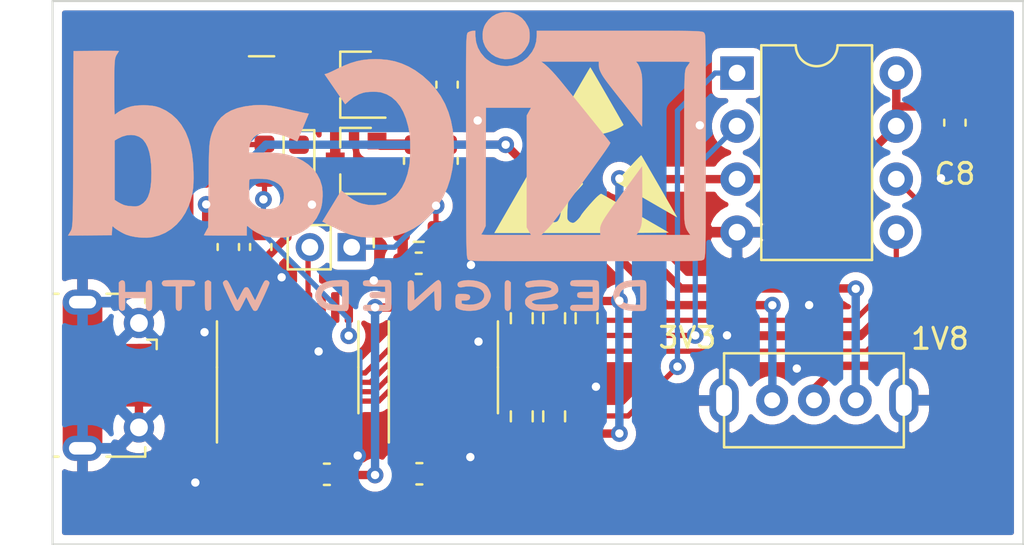
<source format=kicad_pcb>
(kicad_pcb (version 20171130) (host pcbnew 5.1.9+dfsg1-1)
  (layers (0 F.Cu mixed) (31 B.Cu mixed) (35 F.Paste user) (36 B.SilkS user) (37 F.SilkS user) (38 B.Mask user) (39 F.Mask user) (44 Edge.Cuts user))
  (net 0 "")
  (net 1 GND)
  (net 2 /D-)
  (net 3 /D+)
  (net 4 +5V)
  (net 5 +1V8)
  (net 6 +3V3)
  (net 7 /RST)
  (net 8 /FLASH_VCC)
  (net 9 "Net-(D1-Pad2)")
  (net 10 /P30)
  (net 11 /P31)
  (net 12 /P11)
  (net 13 /SPI_CS)
  (net 14 /SPI_CLK)
  (net 15 /SPI_MISO)
  (net 16 /SPI_MOSI)
  (net 17 /P14)
  (net 18 /P32)
  (net 19 "Net-(J3-Pad4)")
  (net 20 /P33)
  (net 21 /P34)
  (net 22 /P35)
  (net 23 /P13)
  (net 24 /P12)
  (net 25 "Net-(R4-Pad2)")
  (net 26 /FLASH_MOSI)
  (net 27 /FLASH_MISO)
  (net 28 /FLASH_CLK)
  (net 29 /FLASH_CS)
  (net 30 "Net-(U4-Pad9)")
  (net 31 "Net-(U4-Pad6)")
  (net 32 /VIN)
  (net 33 "Net-(J2-Pad1)")
  (module Symbol:KiCad-Logo2_12mm_SilkScreen (layer B.Cu) (at 138.51 58.95 180)
    (fp_text reference REF** hide)
    (fp_text value KiCad-Logo2_12mm_SilkScreen hide)
  )
  (module Symbol:ESD-Logo_8.9x8mm_SilkScreen (layer F.Cu) (at 148.02 59.62)
    (fp_text reference REF** hide)
    (fp_text value ESD-Logo_8.9x8mm_SilkScreen hide)
  )
  (module Capacitor_SMD:C_0603_1608Metric (layer F.Cu) (at 140.05 75.14)
    (fp_text reference C10 hide)
    (fp_text value 0.1uF)
    (pad 2 smd roundrect (at 0.775 0) (size 0.9 0.95) (layers F.Cu F.Paste F.Mask) (net 8 /FLASH_VCC))
    (pad 1 smd roundrect (at -0.775 0) (size 0.9 0.95) (layers F.Cu F.Paste F.Mask) (net 1 GND))
  )
  (module Connector_PinHeader_2.00mm:PinHeader_1x02_P2.00mm_Vertical (layer F.Cu) (at 136.81 64.29 270)
    (fp_text reference J2 hide)
    (fp_text value Conn_01x02_Male)
    (pad 2 thru_hole oval (at 0 2 270) (size 1.35 1.35) (drill 0.8) (layers *.Cu *.Mask) (net 3 /D+))
    (pad 1 thru_hole rect (at 0 0 270) (size 1.35 1.35) (drill 0.8) (layers *.Cu *.Mask) (net 33 "Net-(J2-Pad1)"))
  )
  (module Package_SO:TSSOP-20_4.4x6.5mm_P0.65mm (layer F.Cu) (at 133.75 70.04 90)
    (fp_text reference U3 hide)
    (fp_text value CH552T)
    (pad 20 smd roundrect (at 2.8625 -2.925 90) (size 1.475 0.4) (layers F.Cu F.Paste F.Mask) (net 6 +3V3))
    (pad 19 smd roundrect (at 2.8625 -2.275 90) (size 1.475 0.4) (layers F.Cu F.Paste F.Mask) (net 4 +5V))
    (pad 18 smd roundrect (at 2.8625 -1.625 90) (size 1.475 0.4) (layers F.Cu F.Paste F.Mask) (net 1 GND))
    (pad 17 smd roundrect (at 2.8625 -0.975 90) (size 1.475 0.4) (layers F.Cu F.Paste F.Mask) (net 24 /P12))
    (pad 16 smd roundrect (at 2.8625 -0.325 90) (size 1.475 0.4) (layers F.Cu F.Paste F.Mask) (net 23 /P13))
    (pad 15 smd roundrect (at 2.8625 0.325 90) (size 1.475 0.4) (layers F.Cu F.Paste F.Mask) (net 2 /D-))
    (pad 14 smd roundrect (at 2.8625 0.975 90) (size 1.475 0.4) (layers F.Cu F.Paste F.Mask) (net 3 /D+))
    (pad 13 smd roundrect (at 2.8625 1.625 90) (size 1.475 0.4) (layers F.Cu F.Paste F.Mask) (net 22 /P35))
    (pad 12 smd roundrect (at 2.8625 2.275 90) (size 1.475 0.4) (layers F.Cu F.Paste F.Mask) (net 21 /P34))
    (pad 11 smd roundrect (at 2.8625 2.925 90) (size 1.475 0.4) (layers F.Cu F.Paste F.Mask) (net 20 /P33))
    (pad 10 smd roundrect (at -2.8625 2.925 90) (size 1.475 0.4) (layers F.Cu F.Paste F.Mask) (net 10 /P30))
    (pad 9 smd roundrect (at -2.8625 2.275 90) (size 1.475 0.4) (layers F.Cu F.Paste F.Mask) (net 11 /P31))
    (pad 8 smd roundrect (at -2.8625 1.625 90) (size 1.475 0.4) (layers F.Cu F.Paste F.Mask) (net 12 /P11))
    (pad 7 smd roundrect (at -2.8625 0.975 90) (size 1.475 0.4) (layers F.Cu F.Paste F.Mask) (net 13 /SPI_CS))
    (pad 6 smd roundrect (at -2.8625 0.325 90) (size 1.475 0.4) (layers F.Cu F.Paste F.Mask) (net 7 /RST))
    (pad 5 smd roundrect (at -2.8625 -0.325 90) (size 1.475 0.4) (layers F.Cu F.Paste F.Mask) (net 14 /SPI_CLK))
    (pad 4 smd roundrect (at -2.8625 -0.975 90) (size 1.475 0.4) (layers F.Cu F.Paste F.Mask) (net 15 /SPI_MISO))
    (pad 3 smd roundrect (at -2.8625 -1.625 90) (size 1.475 0.4) (layers F.Cu F.Paste F.Mask) (net 16 /SPI_MOSI))
    (pad 2 smd roundrect (at -2.8625 -2.275 90) (size 1.475 0.4) (layers F.Cu F.Paste F.Mask) (net 17 /P14))
    (pad 1 smd roundrect (at -2.8625 -2.925 90) (size 1.475 0.4) (layers F.Cu F.Paste F.Mask) (net 18 /P32))
  )
  (module Capacitor_SMD:C_0603_1608Metric (layer F.Cu) (at 140.02 65.06 180)
    (fp_text reference C9 hide)
    (fp_text value 0.1uF)
    (pad 2 smd roundrect (at 0.775 0 180) (size 0.9 0.95) (layers F.Cu F.Paste F.Mask) (net 4 +5V))
    (pad 1 smd roundrect (at -0.775 0 180) (size 0.9 0.95) (layers F.Cu F.Paste F.Mask) (net 1 GND))
  )
  (module Connector_USB:USB_Micro-B_Molex-105017-0001 (layer F.Cu) (at 125.17 70.42 270)
    (fp_text reference J3 hide)
    (fp_text value USB_B_Micro)
    (pad 6 smd rect (at -2.9 1.2375 270) (size 1.2 1.9) (layers F.Cu F.Mask) (net 1 GND))
    (pad 6 smd rect (at 2.9 1.2375 270) (size 1.2 1.9) (layers F.Cu F.Mask) (net 1 GND))
    (pad 6 thru_hole oval (at 3.5 1.2375 270) (size 1.2 1.9) (drill oval 0.6 1.3) (layers *.Cu *.Mask) (net 1 GND))
    (pad 6 thru_hole oval (at -3.5 1.2375 90) (size 1.2 1.9) (drill oval 0.6 1.3) (layers *.Cu *.Mask) (net 1 GND))
    (pad 6 smd rect (at -1 1.2375 270) (size 1.5 1.9) (layers F.Cu F.Paste F.Mask) (net 1 GND))
    (pad 6 thru_hole circle (at 2.5 -1.4625 270) (size 1.45 1.45) (drill 0.85) (layers *.Cu *.Mask) (net 1 GND))
    (pad 3 smd rect (at 0 -1.4625 270) (size 0.4 1.35) (layers F.Cu F.Paste F.Mask) (net 3 /D+))
    (pad 4 smd rect (at 0.65 -1.4625 270) (size 0.4 1.35) (layers F.Cu F.Paste F.Mask) (net 19 "Net-(J3-Pad4)"))
    (pad 5 smd rect (at 1.3 -1.4625 270) (size 0.4 1.35) (layers F.Cu F.Paste F.Mask) (net 1 GND))
    (pad 1 smd rect (at -1.3 -1.4625 270) (size 0.4 1.35) (layers F.Cu F.Paste F.Mask) (net 32 /VIN))
    (pad 2 smd rect (at -0.65 -1.4625 270) (size 0.4 1.35) (layers F.Cu F.Paste F.Mask) (net 2 /D-))
    (pad 6 thru_hole circle (at -2.5 -1.4625 270) (size 1.45 1.45) (drill 0.85) (layers *.Cu *.Mask) (net 1 GND))
    (pad 6 smd rect (at 1 1.2375 270) (size 1.5 1.9) (layers F.Cu F.Paste F.Mask) (net 1 GND))
  )
  (module Package_DIP:DIP-8_W7.62mm (layer F.Cu) (at 155.25 55.95)
    (fp_text reference U5 hide)
    (fp_text value AT25xxx)
    (pad 8 thru_hole oval (at 7.62 0) (size 1.6 1.6) (drill 0.8) (layers *.Cu *.Mask) (net 8 /FLASH_VCC))
    (pad 4 thru_hole oval (at 0 7.62) (size 1.6 1.6) (drill 0.8) (layers *.Cu *.Mask) (net 1 GND))
    (pad 7 thru_hole oval (at 7.62 2.54) (size 1.6 1.6) (drill 0.8) (layers *.Cu *.Mask) (net 8 /FLASH_VCC))
    (pad 3 thru_hole oval (at 0 5.08) (size 1.6 1.6) (drill 0.8) (layers *.Cu *.Mask) (net 8 /FLASH_VCC))
    (pad 6 thru_hole oval (at 7.62 5.08) (size 1.6 1.6) (drill 0.8) (layers *.Cu *.Mask) (net 28 /FLASH_CLK))
    (pad 2 thru_hole oval (at 0 2.54) (size 1.6 1.6) (drill 0.8) (layers *.Cu *.Mask) (net 27 /FLASH_MISO))
    (pad 5 thru_hole oval (at 7.62 7.62) (size 1.6 1.6) (drill 0.8) (layers *.Cu *.Mask) (net 26 /FLASH_MOSI))
    (pad 1 thru_hole rect (at 0 0) (size 1.6 1.6) (drill 0.8) (layers *.Cu *.Mask) (net 29 /FLASH_CS))
  )
  (module Package_SO:TSSOP-14_4.4x5mm_P0.65mm (layer F.Cu) (at 141.2 70.04 90)
    (fp_text reference U4 hide)
    (fp_text value TXB0104PW)
    (pad 14 smd roundrect (at 2.8625 -1.95 90) (size 1.475 0.4) (layers F.Cu F.Paste F.Mask) (net 4 +5V))
    (pad 13 smd roundrect (at 2.8625 -1.3 90) (size 1.475 0.4) (layers F.Cu F.Paste F.Mask) (net 16 /SPI_MOSI))
    (pad 12 smd roundrect (at 2.8625 -0.65 90) (size 1.475 0.4) (layers F.Cu F.Paste F.Mask) (net 15 /SPI_MISO))
    (pad 11 smd roundrect (at 2.8625 0 90) (size 1.475 0.4) (layers F.Cu F.Paste F.Mask) (net 14 /SPI_CLK))
    (pad 10 smd roundrect (at 2.8625 0.65 90) (size 1.475 0.4) (layers F.Cu F.Paste F.Mask) (net 13 /SPI_CS))
    (pad 9 smd roundrect (at 2.8625 1.3 90) (size 1.475 0.4) (layers F.Cu F.Paste F.Mask) (net 30 "Net-(U4-Pad9)"))
    (pad 8 smd roundrect (at 2.8625 1.95 90) (size 1.475 0.4) (layers F.Cu F.Paste F.Mask) (net 25 "Net-(R4-Pad2)"))
    (pad 7 smd roundrect (at -2.8625 1.95 90) (size 1.475 0.4) (layers F.Cu F.Paste F.Mask) (net 1 GND))
    (pad 6 smd roundrect (at -2.8625 1.3 90) (size 1.475 0.4) (layers F.Cu F.Paste F.Mask) (net 31 "Net-(U4-Pad6)"))
    (pad 5 smd roundrect (at -2.8625 0.65 90) (size 1.475 0.4) (layers F.Cu F.Paste F.Mask) (net 29 /FLASH_CS))
    (pad 4 smd roundrect (at -2.8625 0 90) (size 1.475 0.4) (layers F.Cu F.Paste F.Mask) (net 28 /FLASH_CLK))
    (pad 3 smd roundrect (at -2.8625 -0.65 90) (size 1.475 0.4) (layers F.Cu F.Paste F.Mask) (net 27 /FLASH_MISO))
    (pad 2 smd roundrect (at -2.8625 -1.3 90) (size 1.475 0.4) (layers F.Cu F.Paste F.Mask) (net 26 /FLASH_MOSI))
    (pad 1 smd roundrect (at -2.8625 -1.95 90) (size 1.475 0.4) (layers F.Cu F.Paste F.Mask) (net 8 /FLASH_VCC))
  )
  (module Package_TO_SOT_SMD:SOT-23 (layer F.Cu) (at 137.025 60.155 180)
    (fp_text reference U2 hide)
    (fp_text value XC6206PxxxMR3V3)
    (pad 3 smd rect (at 1 0 180) (size 0.9 0.8) (layers F.Cu F.Paste F.Mask) (net 4 +5V))
    (pad 2 smd rect (at -1 0.95 180) (size 0.9 0.8) (layers F.Cu F.Paste F.Mask) (net 6 +3V3))
    (pad 1 smd rect (at -1 -0.95 180) (size 0.9 0.8) (layers F.Cu F.Paste F.Mask) (net 1 GND))
  )
  (module Package_TO_SOT_SMD:SOT-23 (layer F.Cu) (at 137.025 56.505 180)
    (fp_text reference U1 hide)
    (fp_text value XC6206PxxxMR1V8)
    (pad 3 smd rect (at 1 0 180) (size 0.9 0.8) (layers F.Cu F.Paste F.Mask) (net 4 +5V))
    (pad 2 smd rect (at -1 0.95 180) (size 0.9 0.8) (layers F.Cu F.Paste F.Mask) (net 5 +1V8))
    (pad 1 smd rect (at -1 -0.95 180) (size 0.9 0.8) (layers F.Cu F.Paste F.Mask) (net 1 GND))
  )
  (module custom:SW-DIP-3 (layer F.Cu) (at 163.23 69.37 270)
    (fp_text reference SW1 hide)
    (fp_text value SW_Push_SPDT)
    (pad "" thru_hole oval (at 2.26 8.6 270) (size 2.2 1.4) (drill oval 1.5 0.76) (layers *.Cu *.Mask) (net 1 GND))
    (pad "" thru_hole oval (at 2.25 0 270) (size 2.2 1.4) (drill oval 1.5 0.76) (layers *.Cu *.Mask) (net 1 GND))
    (pad 3 thru_hole circle (at 2.25 6.3 270) (size 1.524 1.524) (drill 0.762) (layers *.Cu *.Mask) (net 6 +3V3))
    (pad 2 thru_hole circle (at 2.25 4.3 270) (size 1.524 1.524) (drill 0.762) (layers *.Cu *.Mask) (net 8 /FLASH_VCC))
    (pad 1 thru_hole circle (at 2.25 2.3 270) (size 1.524 1.524) (drill 0.762) (layers *.Cu *.Mask) (net 5 +1V8))
  )
  (module Resistor_SMD:R_0603_1608Metric (layer F.Cu) (at 140.02 63.51)
    (fp_text reference R9 hide)
    (fp_text value 10K)
    (pad 2 smd roundrect (at 0.825 0) (size 0.8 0.95) (layers F.Cu F.Paste F.Mask) (net 33 "Net-(J2-Pad1)"))
    (pad 1 smd roundrect (at -0.825 0) (size 0.8 0.95) (layers F.Cu F.Paste F.Mask) (net 4 +5V))
  )
  (module Resistor_SMD:R_0603_1608Metric (layer F.Cu) (at 144.95 72.39 90)
    (fp_text reference R8 hide)
    (fp_text value 10K)
    (pad 2 smd roundrect (at 0.825 0 90) (size 0.8 0.95) (layers F.Cu F.Paste F.Mask) (net 29 /FLASH_CS))
    (pad 1 smd roundrect (at -0.825 0 90) (size 0.8 0.95) (layers F.Cu F.Paste F.Mask) (net 8 /FLASH_VCC))
  )
  (module Resistor_SMD:R_0603_1608Metric (layer F.Cu) (at 146.5 72.39 90)
    (fp_text reference R7 hide)
    (fp_text value 10K)
    (pad 2 smd roundrect (at 0.825 0 90) (size 0.8 0.95) (layers F.Cu F.Paste F.Mask) (net 28 /FLASH_CLK))
    (pad 1 smd roundrect (at -0.825 0 90) (size 0.8 0.95) (layers F.Cu F.Paste F.Mask) (net 8 /FLASH_VCC))
  )
  (module Resistor_SMD:R_0603_1608Metric (layer F.Cu) (at 148.05 67.69 270)
    (fp_text reference R6 hide)
    (fp_text value 10K)
    (pad 2 smd roundrect (at 0.825 0 270) (size 0.8 0.95) (layers F.Cu F.Paste F.Mask) (net 27 /FLASH_MISO))
    (pad 1 smd roundrect (at -0.825 0 270) (size 0.8 0.95) (layers F.Cu F.Paste F.Mask) (net 8 /FLASH_VCC))
  )
  (module Resistor_SMD:R_0603_1608Metric (layer F.Cu) (at 146.5 67.69 270)
    (fp_text reference R5 hide)
    (fp_text value 10K)
    (pad 2 smd roundrect (at 0.825 0 270) (size 0.8 0.95) (layers F.Cu F.Paste F.Mask) (net 26 /FLASH_MOSI))
    (pad 1 smd roundrect (at -0.825 0 270) (size 0.8 0.95) (layers F.Cu F.Paste F.Mask) (net 8 /FLASH_VCC))
  )
  (module Resistor_SMD:R_0603_1608Metric (layer F.Cu) (at 144.95 67.69 270)
    (fp_text reference R4 hide)
    (fp_text value 10K)
    (pad 2 smd roundrect (at 0.825 0 270) (size 0.8 0.95) (layers F.Cu F.Paste F.Mask) (net 25 "Net-(R4-Pad2)"))
    (pad 1 smd roundrect (at -0.825 0 270) (size 0.8 0.95) (layers F.Cu F.Paste F.Mask) (net 8 /FLASH_VCC))
  )
  (module Resistor_SMD:R_0603_1608Metric (layer F.Cu) (at 132.64 60.17 90)
    (fp_text reference R3 hide)
    (fp_text value 1K)
    (pad 2 smd roundrect (at 0.825 0 90) (size 0.8 0.95) (layers F.Cu F.Paste F.Mask) (net 9 "Net-(D1-Pad2)"))
    (pad 1 smd roundrect (at -0.825 0 90) (size 0.8 0.95) (layers F.Cu F.Paste F.Mask) (net 20 /P33))
  )
  (module Fuse:Fuse_1210_3225Metric (layer F.Cu) (at 132.5 56.505 180)
    (fp_text reference F1 hide)
    (fp_text value Fuse)
    (pad 2 smd roundrect (at 1.4 0 180) (size 1.25 2.65) (layers F.Cu F.Paste F.Mask) (roundrect_rratio 0.2) (net 32 /VIN))
    (pad 1 smd roundrect (at -1.4 0 180) (size 1.25 2.65) (layers F.Cu F.Paste F.Mask) (roundrect_rratio 0.2) (net 4 +5V))
  )
  (module LED_SMD:LED_0603_1608Metric (layer F.Cu) (at 134.29 60.17 270)
    (fp_text reference D2 hide)
    (fp_text value LED)
    (pad 2 smd roundrect (at 0.7875 0 270) (size 0.875 0.95) (layers F.Cu F.Paste F.Mask) (net 4 +5V))
    (pad 1 smd roundrect (at -0.7875 0 270) (size 0.875 0.95) (layers F.Cu F.Paste F.Mask) (net 9 "Net-(D1-Pad2)"))
  )
  (module LED_SMD:LED_0603_1608Metric (layer F.Cu) (at 130.99 60.16 90)
    (fp_text reference D1 hide)
    (fp_text value LED)
    (pad 2 smd roundrect (at 0.7875 0 90) (size 0.875 0.95) (layers F.Cu F.Paste F.Mask) (net 9 "Net-(D1-Pad2)"))
    (pad 1 smd roundrect (at -0.7875 0 90) (size 0.875 0.95) (layers F.Cu F.Paste F.Mask) (net 1 GND))
  )
  (module Capacitor_SMD:C_0603_1608Metric (layer F.Cu) (at 165.675 58.325 270)
    (fp_text reference C8 (at 2.45 0 180) (layer F.SilkS))
    (fp_text value 0.1uF)
    (pad 2 smd roundrect (at 0.775 0 270) (size 0.9 0.95) (layers F.Cu F.Paste F.Mask) (net 1 GND))
    (pad 1 smd roundrect (at -0.775 0 270) (size 0.9 0.95) (layers F.Cu F.Paste F.Mask) (net 8 /FLASH_VCC))
  )
  (module Capacitor_SMD:C_0603_1608Metric (layer F.Cu) (at 135.625 75.165)
    (fp_text reference C7 hide)
    (fp_text value 0.1uF)
    (pad 2 smd roundrect (at 0.775 0) (size 0.9 0.95) (layers F.Cu F.Paste F.Mask) (net 4 +5V))
    (pad 1 smd roundrect (at -0.775 0) (size 0.9 0.95) (layers F.Cu F.Paste F.Mask) (net 7 /RST))
  )
  (module Capacitor_SMD:C_0603_1608Metric (layer F.Cu) (at 141.375 60.155 270)
    (fp_text reference C4 hide)
    (fp_text value 0.1uF)
    (pad 2 smd roundrect (at 0.775 0 270) (size 0.9 0.95) (layers F.Cu F.Paste F.Mask) (net 1 GND))
    (pad 1 smd roundrect (at -0.775 0 270) (size 0.9 0.95) (layers F.Cu F.Paste F.Mask) (net 6 +3V3))
  )
  (module Capacitor_SMD:C_0603_1608Metric (layer F.Cu) (at 141.375 56.505 270)
    (fp_text reference C3 hide)
    (fp_text value 0.1uF)
    (pad 2 smd roundrect (at 0.775 0 270) (size 0.9 0.95) (layers F.Cu F.Paste F.Mask) (net 1 GND))
    (pad 1 smd roundrect (at -0.775 0 270) (size 0.9 0.95) (layers F.Cu F.Paste F.Mask) (net 5 +1V8))
  )
  (module Capacitor_SMD:C_0603_1608Metric (layer F.Cu) (at 139.825 60.155 270)
    (fp_text reference C2 hide)
    (fp_text value 4.7uF)
    (pad 2 smd roundrect (at 0.775 0 270) (size 0.9 0.95) (layers F.Cu F.Paste F.Mask) (net 1 GND))
    (pad 1 smd roundrect (at -0.775 0 270) (size 0.9 0.95) (layers F.Cu F.Paste F.Mask) (net 6 +3V3))
  )
  (module Capacitor_SMD:C_0603_1608Metric (layer F.Cu) (at 139.825 56.505 270)
    (fp_text reference C1 hide)
    (fp_text value 4.7uF)
    (pad 2 smd roundrect (at 0.775 0 270) (size 0.9 0.95) (layers F.Cu F.Paste F.Mask) (net 1 GND))
    (pad 1 smd roundrect (at -0.775 0 270) (size 0.9 0.95) (layers F.Cu F.Paste F.Mask) (net 5 +1V8))
  )
  (module Capacitor_SMD:C_0603_1608Metric (layer F.Cu) (at 130.91 64.28 270)
    (fp_text reference C6 hide)
    (fp_text value 0.1uF)
    (pad 2 smd roundrect (at 0.775 0 270) (size 0.9 0.95) (layers F.Cu F.Paste F.Mask) (net 6 +3V3))
    (pad 1 smd roundrect (at -0.775 0 270) (size 0.9 0.95) (layers F.Cu F.Paste F.Mask) (net 1 GND))
  )
  (module Capacitor_SMD:C_0603_1608Metric (layer F.Cu) (at 132.46 64.28 270)
    (fp_text reference C5 hide)
    (fp_text value 0.1uF)
    (pad 2 smd roundrect (at 0.775 0 270) (size 0.9 0.95) (layers F.Cu F.Paste F.Mask) (net 4 +5V))
    (pad 1 smd roundrect (at -0.775 0 270) (size 0.9 0.95) (layers F.Cu F.Paste F.Mask) (net 1 GND))
  )
  (gr_text 3V3 (at 152.875 68.625) (layer F.SilkS) (effects (font (size 1 1))))
  (gr_text 1V8 (at 164.96 68.675) (layer F.SilkS) (effects (font (size 1 1))))
  (gr_line (start 168.95 52.5) (end 122.5 52.5) (layer Edge.Cuts) (width 0.1))
  (gr_line (start 122.5 78.525) (end 122.5 52.5) (layer Edge.Cuts) (width 0.1))
  (gr_line (start 168.95 78.525) (end 122.5 78.525) (layer Edge.Cuts) (width 0.1))
  (gr_line (start 168.95 52.5) (end 168.95 78.525) (layer Edge.Cuts) (width 0.1))
  (segment (start 138.2 60.93) (end 138.025 61.105) (width 0.4) (layer F.Cu) (net 1))
  (segment (start 139.825 60.93) (end 138.2 60.93) (width 0.4) (layer F.Cu) (net 1))
  (segment (start 138.2 57.28) (end 138.025 57.455) (width 0.4) (layer F.Cu) (net 1))
  (segment (start 139.825 57.28) (end 138.2 57.28) (width 0.4) (layer F.Cu) (net 1))
  (via (at 129.77 68.36) (size 0.8) (drill 0.4) (layers F.Cu B.Cu) (net 1))
  (segment (start 132.125 68.072104) (end 132.125 67.1775) (width 0.4) (layer F.Cu) (net 1))
  (segment (start 131.837104 68.36) (end 132.125 68.072104) (width 0.4) (layer F.Cu) (net 1))
  (segment (start 129.77 68.36) (end 131.837104 68.36) (width 0.4) (layer F.Cu) (net 1))
  (via (at 142.52 65.14) (size 0.8) (drill 0.4) (layers F.Cu B.Cu) (net 1))
  (via (at 129.33 75.56) (size 0.8) (drill 0.4) (layers F.Cu B.Cu) (net 1))
  (segment (start 126.6325 72.92) (end 126.6325 71.72) (width 0.4) (layer F.Cu) (net 1))
  (via (at 165.01 60.99) (size 0.8) (drill 0.4) (layers F.Cu B.Cu) (net 1))
  (via (at 142.84 58.22) (size 0.8) (drill 0.4) (layers F.Cu B.Cu) (net 1))
  (via (at 134.91 62.25) (size 0.8) (drill 0.4) (layers F.Cu B.Cu) (net 1))
  (via (at 135.23 69.28) (size 0.8) (drill 0.4) (layers F.Cu B.Cu) (net 1))
  (via (at 142.88 68.81) (size 0.8) (drill 0.4) (layers F.Cu B.Cu) (net 1))
  (via (at 148.5 70.97) (size 0.8) (drill 0.4) (layers F.Cu B.Cu) (net 1))
  (via (at 154.77 68.51) (size 0.8) (drill 0.4) (layers F.Cu B.Cu) (net 1))
  (via (at 137.87 65.88) (size 0.8) (drill 0.4) (layers F.Cu B.Cu) (net 1))
  (via (at 133.46 65.73) (size 0.8) (drill 0.4) (layers F.Cu B.Cu) (net 1))
  (via (at 137.1 74.27) (size 0.8) (drill 0.4) (layers F.Cu B.Cu) (net 1))
  (via (at 158.11 70.1) (size 0.8) (drill 0.4) (layers F.Cu B.Cu) (net 1))
  (via (at 158.7 67.06) (size 0.8) (drill 0.4) (layers F.Cu B.Cu) (net 1))
  (via (at 153.47 58.45) (size 0.8) (drill 0.4) (layers F.Cu B.Cu) (net 1))
  (segment (start 142.507134 74.33999) (end 142.488561 74.33999) (width 0.4) (layer F.Cu) (net 1))
  (segment (start 143.15 72.9025) (end 143.15 73.697124) (width 0.4) (layer F.Cu) (net 1))
  (via (at 142.488561 74.33999) (size 0.8) (drill 0.4) (layers F.Cu B.Cu) (net 1))
  (segment (start 143.15 73.697124) (end 142.507134 74.33999) (width 0.4) (layer F.Cu) (net 1))
  (segment (start 134.075 67.1775) (end 134.175 67.2775) (width 0.2) (layer F.Cu) (net 2))
  (segment (start 134.175 67.2775) (end 134.175 67.9868) (width 0.2) (layer F.Cu) (net 2))
  (segment (start 127.645001 69.77) (end 126.6325 69.77) (width 0.2) (layer F.Cu) (net 2))
  (segment (start 127.745001 69.87) (end 127.645001 69.77) (width 0.2) (layer F.Cu) (net 2))
  (segment (start 132.2918 69.87) (end 127.745001 69.87) (width 0.2) (layer F.Cu) (net 2))
  (segment (start 134.175 67.9868) (end 132.2918 69.87) (width 0.2) (layer F.Cu) (net 2))
  (segment (start 134.625 67.2775) (end 134.625 68.1732) (width 0.2) (layer F.Cu) (net 3))
  (segment (start 134.725 67.1775) (end 134.625 67.2775) (width 0.2) (layer F.Cu) (net 3))
  (segment (start 127.645001 70.42) (end 126.6325 70.42) (width 0.2) (layer F.Cu) (net 3))
  (segment (start 127.745001 70.32) (end 127.645001 70.42) (width 0.2) (layer F.Cu) (net 3))
  (segment (start 132.4782 70.32) (end 127.745001 70.32) (width 0.2) (layer F.Cu) (net 3))
  (segment (start 134.625 68.1732) (end 132.4782 70.32) (width 0.2) (layer F.Cu) (net 3))
  (segment (start 134.725 67.1775) (end 134.725 64.375) (width 0.25) (layer F.Cu) (net 3))
  (segment (start 134.725 64.375) (end 134.81 64.29) (width 0.25) (layer F.Cu) (net 3))
  (segment (start 133.9 56.505) (end 136.025 56.505) (width 0.5) (layer F.Cu) (net 4))
  (segment (start 135.2225 60.9575) (end 136.025 60.155) (width 0.5) (layer F.Cu) (net 4))
  (segment (start 134.29 60.9575) (end 135.2225 60.9575) (width 0.5) (layer F.Cu) (net 4))
  (segment (start 136.025 60.155) (end 136.025 56.505) (width 0.5) (layer F.Cu) (net 4))
  (segment (start 139.25 63.565) (end 139.195 63.51) (width 0.5) (layer F.Cu) (net 4))
  (segment (start 139.25 67.1775) (end 139.25 63.565) (width 0.5) (layer F.Cu) (net 4))
  (segment (start 133.734999 61.512501) (end 133.734999 63.810001) (width 0.4) (layer F.Cu) (net 4))
  (segment (start 134.29 60.9575) (end 133.734999 61.512501) (width 0.4) (layer F.Cu) (net 4))
  (via (at 137.93 67.17) (size 0.8) (drill 0.4) (layers F.Cu B.Cu) (net 4))
  (segment (start 137.9375 67.1775) (end 137.93 67.17) (width 0.4) (layer F.Cu) (net 4))
  (segment (start 139.25 67.1775) (end 137.9375 67.1775) (width 0.4) (layer F.Cu) (net 4))
  (via (at 137.93 75.2) (size 0.8) (drill 0.4) (layers F.Cu B.Cu) (net 4))
  (segment (start 137.93 67.17) (end 137.93 75.2) (width 0.4) (layer B.Cu) (net 4))
  (segment (start 136.435 75.2) (end 136.4 75.165) (width 0.4) (layer F.Cu) (net 4))
  (segment (start 137.93 75.2) (end 136.435 75.2) (width 0.4) (layer F.Cu) (net 4))
  (segment (start 131.475 66.04) (end 132.46 65.055) (width 0.4) (layer F.Cu) (net 4))
  (segment (start 131.475 67.1775) (end 131.475 66.04) (width 0.4) (layer F.Cu) (net 4))
  (segment (start 133.704999 63.810001) (end 132.46 65.055) (width 0.4) (layer F.Cu) (net 4))
  (segment (start 133.734999 63.810001) (end 133.704999 63.810001) (width 0.4) (layer F.Cu) (net 4))
  (segment (start 139.195 63.51) (end 138.795 63.51) (width 0.4) (layer F.Cu) (net 4))
  (segment (start 136.025 60.74) (end 136.025 60.155) (width 0.4) (layer F.Cu) (net 4))
  (segment (start 138.795 63.51) (end 136.025 60.74) (width 0.4) (layer F.Cu) (net 4))
  (segment (start 138.2 55.73) (end 138.025 55.555) (width 0.5) (layer F.Cu) (net 5))
  (segment (start 141.375 55.73) (end 138.2 55.73) (width 0.5) (layer F.Cu) (net 5))
  (segment (start 141.375 55.73) (end 142.02 55.73) (width 0.4) (layer F.Cu) (net 5))
  (segment (start 160.914989 66.264989) (end 160.93 66.28) (width 0.4) (layer F.Cu) (net 5))
  (segment (start 152.554989 66.264989) (end 160.914989 66.264989) (width 0.4) (layer F.Cu) (net 5))
  (via (at 160.93 66.28) (size 0.8) (drill 0.4) (layers F.Cu B.Cu) (net 5))
  (segment (start 142.02 55.73) (end 152.554989 66.264989) (width 0.4) (layer F.Cu) (net 5))
  (segment (start 160.93 66.28) (end 160.93 71.62) (width 0.4) (layer B.Cu) (net 5))
  (segment (start 138.2 59.38) (end 138.025 59.205) (width 0.5) (layer F.Cu) (net 6))
  (segment (start 141.375 59.38) (end 138.2 59.38) (width 0.5) (layer F.Cu) (net 6))
  (via (at 156.94 67.06499) (size 0.8) (drill 0.4) (layers F.Cu B.Cu) (net 6))
  (segment (start 156.94 71.61) (end 156.93 71.62) (width 0.4) (layer B.Cu) (net 6))
  (segment (start 156.94 67.06499) (end 156.94 71.61) (width 0.4) (layer B.Cu) (net 6))
  (segment (start 151.86499 67.06499) (end 156.94 67.06499) (width 0.4) (layer F.Cu) (net 6))
  (segment (start 144.18 59.38) (end 151.86499 67.06499) (width 0.4) (layer F.Cu) (net 6))
  (segment (start 141.375 59.38) (end 144.18 59.38) (width 0.4) (layer F.Cu) (net 6))
  (via (at 144.18 59.38) (size 0.8) (drill 0.4) (layers F.Cu B.Cu) (net 6))
  (segment (start 130.825 65.14) (end 130.91 65.055) (width 0.4) (layer F.Cu) (net 6))
  (segment (start 130.825 67.1775) (end 130.825 65.14) (width 0.4) (layer F.Cu) (net 6))
  (via (at 129.85 62.24) (size 0.8) (drill 0.4) (layers F.Cu B.Cu) (net 6))
  (segment (start 129.85 64.47) (end 129.85 62.24) (width 0.4) (layer F.Cu) (net 6))
  (segment (start 144.18 59.38) (end 132.71 59.38) (width 0.4) (layer B.Cu) (net 6))
  (segment (start 132.71 59.38) (end 129.85 62.24) (width 0.4) (layer B.Cu) (net 6))
  (segment (start 130.91 65.055) (end 130.435 65.055) (width 0.4) (layer F.Cu) (net 6))
  (segment (start 130.435 65.055) (end 129.85 64.47) (width 0.4) (layer F.Cu) (net 6))
  (segment (start 134.075 74.39) (end 134.075 72.9025) (width 0.25) (layer F.Cu) (net 7))
  (segment (start 134.85 75.165) (end 134.075 74.39) (width 0.25) (layer F.Cu) (net 7))
  (segment (start 160.33 61.03) (end 162.87 58.49) (width 0.4) (layer F.Cu) (net 8))
  (segment (start 155.25 61.03) (end 160.33 61.03) (width 0.4) (layer F.Cu) (net 8))
  (segment (start 165.675 57.55) (end 162.87 57.55) (width 0.4) (layer F.Cu) (net 8))
  (segment (start 162.87 57.55) (end 162.87 58.49) (width 0.4) (layer F.Cu) (net 8))
  (segment (start 162.87 55.95) (end 162.87 57.55) (width 0.4) (layer F.Cu) (net 8))
  (segment (start 158.93 71.1) (end 158.93 71.62) (width 0.4) (layer F.Cu) (net 8))
  (segment (start 160.06 69.97) (end 158.93 71.1) (width 0.4) (layer F.Cu) (net 8))
  (segment (start 161.72 69.97) (end 160.06 69.97) (width 0.4) (layer F.Cu) (net 8))
  (segment (start 166.55001 58.42501) (end 166.55001 65.13999) (width 0.4) (layer F.Cu) (net 8))
  (segment (start 166.55001 65.13999) (end 161.72 69.97) (width 0.4) (layer F.Cu) (net 8))
  (segment (start 165.675 57.55) (end 166.55001 58.42501) (width 0.4) (layer F.Cu) (net 8))
  (segment (start 144.95 66.865) (end 148.05 66.865) (width 0.4) (layer F.Cu) (net 8))
  (segment (start 144.95 73.215) (end 146.5 73.215) (width 0.4) (layer F.Cu) (net 8))
  (via (at 149.62 61) (size 0.8) (drill 0.4) (layers F.Cu B.Cu) (net 8))
  (segment (start 149.65 61.03) (end 149.62 61) (width 0.4) (layer F.Cu) (net 8))
  (segment (start 155.25 61.03) (end 149.65 61.03) (width 0.4) (layer F.Cu) (net 8))
  (via (at 149.62 66.85) (size 0.8) (drill 0.4) (layers F.Cu B.Cu) (net 8))
  (segment (start 149.605 66.865) (end 149.62 66.85) (width 0.4) (layer F.Cu) (net 8))
  (segment (start 148.05 66.865) (end 149.605 66.865) (width 0.4) (layer F.Cu) (net 8))
  (segment (start 149.62 66.85) (end 149.62 73.21) (width 0.4) (layer B.Cu) (net 8))
  (segment (start 149.62 61) (end 149.62 66.85) (width 0.4) (layer B.Cu) (net 8))
  (via (at 149.62 73.21) (size 0.8) (drill 0.4) (layers F.Cu B.Cu) (net 8))
  (segment (start 149.615 73.215) (end 149.62 73.21) (width 0.4) (layer F.Cu) (net 8))
  (segment (start 146.5 73.215) (end 149.615 73.215) (width 0.4) (layer F.Cu) (net 8))
  (segment (start 140.6339 75.14) (end 140.825 75.14) (width 0.4) (layer F.Cu) (net 8))
  (segment (start 139.25 73.7561) (end 140.6339 75.14) (width 0.4) (layer F.Cu) (net 8))
  (segment (start 139.25 72.9025) (end 139.25 73.7561) (width 0.4) (layer F.Cu) (net 8))
  (segment (start 140.825 75.14) (end 143.025 75.14) (width 0.4) (layer F.Cu) (net 8))
  (segment (start 143.025 75.14) (end 144.95 73.215) (width 0.4) (layer F.Cu) (net 8))
  (segment (start 134.28 59.3725) (end 134.29 59.3825) (width 0.25) (layer F.Cu) (net 9))
  (segment (start 130.99 59.3725) (end 134.28 59.3725) (width 0.25) (layer F.Cu) (net 9))
  (segment (start 141.85 67.915) (end 141.85 67.1775) (width 0.25) (layer F.Cu) (net 13))
  (segment (start 138.104967 71.660033) (end 141.85 67.915) (width 0.25) (layer F.Cu) (net 13))
  (segment (start 135.229967 71.660033) (end 138.104967 71.660033) (width 0.25) (layer F.Cu) (net 13))
  (segment (start 134.725 72.165) (end 135.229967 71.660033) (width 0.25) (layer F.Cu) (net 13))
  (segment (start 134.725 72.9025) (end 134.725 72.165) (width 0.25) (layer F.Cu) (net 13))
  (segment (start 134.42892 71.210022) (end 137.904978 71.210022) (width 0.25) (layer F.Cu) (net 14))
  (segment (start 141.2 67.915) (end 141.2 67.1775) (width 0.25) (layer F.Cu) (net 14))
  (segment (start 137.904978 71.210022) (end 141.2 67.915) (width 0.25) (layer F.Cu) (net 14))
  (segment (start 133.425 72.9025) (end 133.425 72.213942) (width 0.25) (layer F.Cu) (net 14))
  (segment (start 133.425 72.213942) (end 134.42892 71.210022) (width 0.25) (layer F.Cu) (net 14))
  (segment (start 132.775 72.9025) (end 132.775 72.200352) (width 0.25) (layer F.Cu) (net 15))
  (segment (start 134.215341 70.760011) (end 137.704989 70.760011) (width 0.25) (layer F.Cu) (net 15))
  (segment (start 132.775 72.200352) (end 134.215341 70.760011) (width 0.25) (layer F.Cu) (net 15))
  (segment (start 140.55 67.915) (end 140.55 67.1775) (width 0.25) (layer F.Cu) (net 15))
  (segment (start 137.704989 70.760011) (end 140.55 67.915) (width 0.25) (layer F.Cu) (net 15))
  (segment (start 137.456058 70.31) (end 139.9 67.866058) (width 0.25) (layer F.Cu) (net 16))
  (segment (start 134.028942 70.31) (end 137.456058 70.31) (width 0.25) (layer F.Cu) (net 16))
  (segment (start 132.125 72.213942) (end 134.028942 70.31) (width 0.25) (layer F.Cu) (net 16))
  (segment (start 132.125 72.9025) (end 132.125 72.213942) (width 0.25) (layer F.Cu) (net 16))
  (segment (start 139.9 67.866058) (end 139.9 67.1775) (width 0.25) (layer F.Cu) (net 16))
  (via (at 136.67 68.53) (size 0.8) (drill 0.4) (layers F.Cu B.Cu) (net 20))
  (segment (start 136.675 68.525) (end 136.67 68.53) (width 0.25) (layer F.Cu) (net 20))
  (segment (start 136.675 67.1775) (end 136.675 68.525) (width 0.25) (layer F.Cu) (net 20))
  (segment (start 132.64 61.95) (end 132.59 62) (width 0.25) (layer F.Cu) (net 20))
  (segment (start 132.64 60.995) (end 132.64 61.95) (width 0.25) (layer F.Cu) (net 20))
  (via (at 132.59 62) (size 0.8) (drill 0.4) (layers F.Cu B.Cu) (net 20))
  (segment (start 132.59 63.65) (end 132.59 62) (width 0.25) (layer B.Cu) (net 20))
  (segment (start 136.67 67.73) (end 132.59 63.65) (width 0.25) (layer B.Cu) (net 20))
  (segment (start 136.67 68.53) (end 136.67 67.73) (width 0.25) (layer B.Cu) (net 20))
  (segment (start 144.4875 68.515) (end 143.15 67.1775) (width 0.25) (layer F.Cu) (net 25))
  (segment (start 144.95 68.515) (end 144.4875 68.515) (width 0.25) (layer F.Cu) (net 25))
  (segment (start 139.9 71.98) (end 139.9 72.9025) (width 0.25) (layer F.Cu) (net 26))
  (segment (start 146.5 68.515) (end 145.355 69.66) (width 0.25) (layer F.Cu) (net 26))
  (segment (start 145.355 69.66) (end 142.22 69.66) (width 0.25) (layer F.Cu) (net 26))
  (segment (start 142.22 69.66) (end 139.9 71.98) (width 0.25) (layer F.Cu) (net 26))
  (segment (start 160.88001 67.78999) (end 162.87 65.8) (width 0.25) (layer F.Cu) (net 26))
  (segment (start 155.122992 67.78999) (end 160.88001 67.78999) (width 0.25) (layer F.Cu) (net 26))
  (segment (start 155.118001 67.784999) (end 155.122992 67.78999) (width 0.25) (layer F.Cu) (net 26))
  (segment (start 162.87 65.8) (end 162.87 63.57) (width 0.25) (layer F.Cu) (net 26))
  (segment (start 154.421999 67.784999) (end 155.118001 67.784999) (width 0.25) (layer F.Cu) (net 26))
  (segment (start 154.417008 67.78999) (end 154.421999 67.784999) (width 0.25) (layer F.Cu) (net 26))
  (segment (start 147.22501 67.78999) (end 154.417008 67.78999) (width 0.25) (layer F.Cu) (net 26))
  (segment (start 146.5 68.515) (end 147.22501 67.78999) (width 0.25) (layer F.Cu) (net 26))
  (segment (start 148.05 68.515) (end 146.454989 70.110011) (width 0.25) (layer F.Cu) (net 27))
  (segment (start 146.454989 70.110011) (end 142.604989 70.110011) (width 0.25) (layer F.Cu) (net 27))
  (segment (start 142.604989 70.110011) (end 140.55 72.165) (width 0.25) (layer F.Cu) (net 27))
  (segment (start 140.55 72.165) (end 140.55 72.9025) (width 0.25) (layer F.Cu) (net 27))
  (via (at 153.25 68.51499) (size 0.8) (drill 0.4) (layers F.Cu B.Cu) (net 27))
  (segment (start 153.24999 68.515) (end 153.25 68.51499) (width 0.25) (layer F.Cu) (net 27))
  (segment (start 148.05 68.515) (end 153.24999 68.515) (width 0.25) (layer F.Cu) (net 27))
  (segment (start 153.25 60.49) (end 155.25 58.49) (width 0.25) (layer B.Cu) (net 27))
  (segment (start 153.25 68.51499) (end 153.25 60.49) (width 0.25) (layer B.Cu) (net 27))
  (segment (start 146.5 71.565) (end 145.495022 70.560022) (width 0.25) (layer F.Cu) (net 28))
  (segment (start 145.495022 70.560022) (end 142.804978 70.560022) (width 0.25) (layer F.Cu) (net 28))
  (segment (start 142.804978 70.560022) (end 141.2 72.165) (width 0.25) (layer F.Cu) (net 28))
  (segment (start 141.2 72.165) (end 141.2 72.9025) (width 0.25) (layer F.Cu) (net 28))
  (segment (start 164.28 62.44) (end 162.87 61.03) (width 0.25) (layer F.Cu) (net 28))
  (segment (start 161.45 69.27) (end 164.28 66.44) (width 0.25) (layer F.Cu) (net 28))
  (segment (start 164.28 66.44) (end 164.28 62.44) (width 0.25) (layer F.Cu) (net 28))
  (segment (start 148.77 69.27) (end 161.45 69.27) (width 0.25) (layer F.Cu) (net 28))
  (segment (start 146.5 71.54) (end 148.77 69.27) (width 0.25) (layer F.Cu) (net 28))
  (segment (start 146.5 71.565) (end 146.5 71.54) (width 0.25) (layer F.Cu) (net 28))
  (segment (start 141.85 72.213942) (end 141.85 72.9025) (width 0.25) (layer F.Cu) (net 29))
  (segment (start 142.498942 71.565) (end 141.85 72.213942) (width 0.25) (layer F.Cu) (net 29))
  (segment (start 144.95 71.565) (end 142.498942 71.565) (width 0.25) (layer F.Cu) (net 29))
  (via (at 152.4 70.01) (size 0.8) (drill 0.4) (layers F.Cu B.Cu) (net 29))
  (segment (start 144.95 71.565) (end 145.754999 72.369999) (width 0.25) (layer F.Cu) (net 29))
  (segment (start 145.754999 72.369999) (end 150.040001 72.369999) (width 0.25) (layer F.Cu) (net 29))
  (segment (start 150.040001 72.369999) (end 152.4 70.01) (width 0.25) (layer F.Cu) (net 29))
  (segment (start 152.4 57.75) (end 152.4 70.01) (width 0.25) (layer B.Cu) (net 29))
  (segment (start 155.25 55.95) (end 154.2 55.95) (width 0.25) (layer B.Cu) (net 29))
  (segment (start 154.2 55.95) (end 152.4 57.75) (width 0.25) (layer B.Cu) (net 29))
  (segment (start 129.04 67.7875) (end 127.7075 69.12) (width 0.4) (layer F.Cu) (net 32))
  (segment (start 127.7075 69.12) (end 126.6325 69.12) (width 0.4) (layer F.Cu) (net 32))
  (segment (start 129.04 58.565) (end 129.04 67.7875) (width 0.4) (layer F.Cu) (net 32))
  (segment (start 131.1 56.505) (end 129.04 58.565) (width 0.4) (layer F.Cu) (net 32))
  (via (at 140.85 62.3) (size 0.8) (drill 0.4) (layers F.Cu B.Cu) (net 33))
  (segment (start 140.845 62.305) (end 140.85 62.3) (width 0.25) (layer F.Cu) (net 33))
  (segment (start 140.845 63.51) (end 140.845 62.305) (width 0.25) (layer F.Cu) (net 33))
  (segment (start 138.86 64.29) (end 136.81 64.29) (width 0.25) (layer B.Cu) (net 33))
  (segment (start 140.85 62.3) (end 138.86 64.29) (width 0.25) (layer B.Cu) (net 33))
  (zone (net 1) (net_name GND) (layer F.Cu) (connect_pads (clearance 0.4)) (min_thickness 0.254) (fill yes (arc_segments 32) (thermal_gap 0.508) (thermal_bridge_width 0.508))
    (polygon (pts (xy 168.95 78.52) (xy 122.5 78.52) (xy 122.5 52.5) (xy 168.95 52.5)))
  )
  (zone (net 1) (net_name GND) (layer B.Cu) (connect_pads (clearance 0.4)) (min_thickness 0.254) (fill yes (arc_segments 32) (thermal_gap 0.508) (thermal_bridge_width 0.508))
    (polygon (pts (xy 168.95 78.52) (xy 122.5 78.52) (xy 122.5 52.5) (xy 168.95 52.5)))
  )
)
</source>
